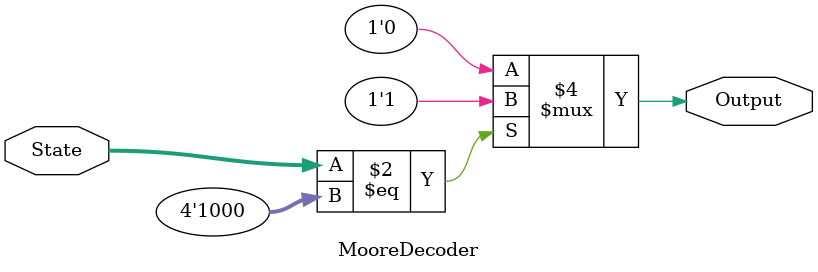
<source format=v>
module MooreDecoder(State, Output);
  input [3:0]State;
  output reg Output;


parameter S0 = 4'd0;
parameter S1 = 4'd1;
parameter S2 = 4'd2;
parameter S3 = 4'd3;
parameter S4 = 4'd4;
parameter S5 = 4'd5;
parameter S6 = 4'd6;
parameter S7 = 4'd7;
parameter S8 = 4'd8;
parameter S9 = 4'd9;
parameter S10= 4'd10;
parameter S11 = 4'd11;
parameter S12 = 4'd12;
parameter S13 = 4'd13;
parameter S14 = 4'd14;
parameter S15 = 4'd15;
 
always @(State) begin
  if (State == S8)
    Output = 1;
  else  
    Output = 0;
end

endmodule
  
  
  
</source>
